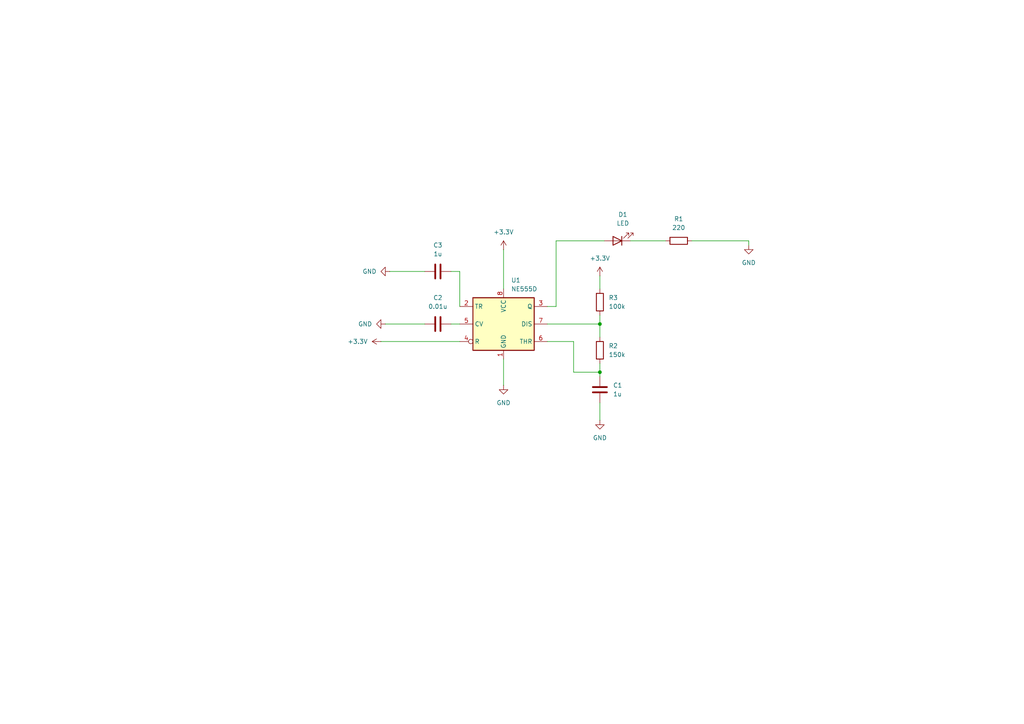
<source format=kicad_sch>
(kicad_sch (version 20231120) (generator "eeschema") (generator_version "8.0")
  (paper "A4")
  (lib_symbols
    (symbol "Device:C" (pin_numbers hide) (pin_names (offset 0.254))
      (property "Reference" "C" (at 0.635 2.54 0))
      (property "Value" "C" (at 0.635 -2.54 0))
      (symbol "C_0_1"
        (polyline (pts (xy -2.032 -0.762) (xy 2.032 -0.762)) (stroke (width 0.508)))
        (polyline (pts (xy -2.032 0.762) (xy 2.032 0.762)) (stroke (width 0.508)))
      )
      (symbol "C_1_1"
        (pin passive line (at 0 3.81 270) (length 2.794) (name "~") (number "1"))
        (pin passive line (at 0 -3.81 90) (length 2.794) (name "~") (number "2"))
      )
    )
    (symbol "Device:LED" (pin_numbers hide) (pin_names (offset 1.016) hide)
      (property "Reference" "D" (at 0 2.54 0))
      (property "Value" "LED" (at 0 -2.54 0))
      (symbol "LED_0_1"
        (polyline (pts (xy -1.27 -1.27) (xy -1.27 1.27)) (stroke (width 0.254)))
        (polyline (pts (xy -1.27 0) (xy 1.27 0)))
        (polyline (pts (xy 1.27 -1.27) (xy 1.27 1.27) (xy -1.27 0) (xy 1.27 -1.27)) (stroke (width 0.254)))
        (polyline (pts (xy -3.048 -0.762) (xy -4.572 -2.286) (xy -3.81 -2.286) (xy -4.572 -2.286) (xy -4.572 -1.524)))
        (polyline (pts (xy -1.778 -0.762) (xy -3.302 -2.286) (xy -2.54 -2.286) (xy -3.302 -2.286) (xy -3.302 -1.524)))
      )
      (symbol "LED_1_1"
        (pin passive line (at -3.81 0 0) (length 2.54) (name "K") (number "1"))
        (pin passive line (at 3.81 0 180) (length 2.54) (name "A") (number "2"))
      )
    )
    (symbol "Device:R" (pin_numbers hide) (pin_names (offset 0))
      (property "Reference" "R" (at 2.032 0 90))
      (property "Value" "R" (at 0 0 90))
      (symbol "R_0_1"
        (rectangle (start -1.016 -2.54) (end 1.016 2.54) (stroke (width 0.254)))
      )
      (symbol "R_1_1"
        (pin passive line (at 0 3.81 270) (length 1.27) (name "~") (number "1"))
        (pin passive line (at 0 -3.81 90) (length 1.27) (name "~") (number "2"))
      )
    )
    (symbol "Timer:NE555D"
      (property "Reference" "U" (at -10.16 8.89 0))
      (property "Value" "NE555D" (at 2.54 8.89 0))
      (symbol "NE555D_0_0"
        (pin power_in line (at 0 -10.16 90) (length 2.54) (name "GND") (number "1"))
        (pin power_in line (at 0 10.16 270) (length 2.54) (name "VCC") (number "8"))
      )
      (symbol "NE555D_0_1"
        (rectangle (start -8.89 -7.62) (end 8.89 7.62) (stroke (width 0.254)) (fill (type background)))
        (rectangle (start -8.89 -7.62) (end 8.89 7.62) (stroke (width 0.254)) (fill (type background)))
      )
      (symbol "NE555D_1_1"
        (pin input line (at -12.7 5.08 0) (length 3.81) (name "TR") (number "2"))
        (pin output line (at 12.7 5.08 180) (length 3.81) (name "Q") (number "3"))
        (pin input inverted (at -12.7 -5.08 0) (length 3.81) (name "R") (number "4"))
        (pin input line (at -12.7 0 0) (length 3.81) (name "CV") (number "5"))
        (pin input line (at 12.7 -5.08 180) (length 3.81) (name "THR") (number "6"))
        (pin input line (at 12.7 0 180) (length 3.81) (name "DIS") (number "7"))
      )
    )
    (symbol "power:+3.3V" (power) (pin_numbers hide) (pin_names (offset 0) hide)
      (property "Value" "+3.3V" (at 0 3.556 0))
      (symbol "+3.3V_0_1"
        (polyline (pts (xy -0.762 1.27) (xy 0 2.54)))
        (polyline (pts (xy 0 0) (xy 0 2.54)))
        (polyline (pts (xy 0 2.54) (xy 0.762 1.27)))
      )
      (symbol "+3.3V_1_1"
        (pin power_in line (at 0 0 90) (length 0) (name "~") (number "1"))
      )
    )
    (symbol "power:GND" (power) (pin_numbers hide) (pin_names (offset 0) hide)
      (property "Value" "GND" (at 0 -3.81 0))
      (symbol "GND_0_1"
        (polyline (pts (xy 0 0) (xy 0 -1.27) (xy 1.27 -1.27) (xy 0 -2.54) (xy -1.27 -1.27) (xy 0 -1.27)))
      )
      (symbol "GND_1_1"
        (pin power_in line (at 0 0 270) (length 0) (name "~") (number "1"))
      )
    )
  )
  (junction (at 173.99 107.95))
  (junction (at 173.99 93.98))
  (wire (pts (xy 130.81 78.74) (xy 133.35 78.74)))
  (wire (pts (xy 173.99 116.84) (xy 173.99 121.92)))
  (wire (pts (xy 182.88 69.85) (xy 193.04 69.85)))
  (wire (pts (xy 146.05 72.39) (xy 146.05 83.82)))
  (wire (pts (xy 166.37 99.06) (xy 166.37 107.95)))
  (wire (pts (xy 158.75 99.06) (xy 166.37 99.06)))
  (wire (pts (xy 173.99 80.01) (xy 173.99 83.82)))
  (wire (pts (xy 217.17 69.85) (xy 217.17 71.12)))
  (wire (pts (xy 161.29 88.9) (xy 158.75 88.9)))
  (wire (pts (xy 113.03 78.74) (xy 123.19 78.74)))
  (wire (pts (xy 161.29 69.85) (xy 175.26 69.85)))
  (wire (pts (xy 158.75 93.98) (xy 173.99 93.98)))
  (wire (pts (xy 200.66 69.85) (xy 217.17 69.85)))
  (wire (pts (xy 173.99 107.95) (xy 173.99 109.22)))
  (wire (pts (xy 166.37 107.95) (xy 173.99 107.95)))
  (wire (pts (xy 173.99 93.98) (xy 173.99 97.79)))
  (wire (pts (xy 110.49 99.06) (xy 133.35 99.06)))
  (wire (pts (xy 173.99 105.41) (xy 173.99 107.95)))
  (wire (pts (xy 111.76 93.98) (xy 123.19 93.98)))
  (wire (pts (xy 130.81 93.98) (xy 133.35 93.98)))
  (wire (pts (xy 146.05 104.14) (xy 146.05 111.76)))
  (wire (pts (xy 173.99 91.44) (xy 173.99 93.98)))
  (wire (pts (xy 161.29 69.85) (xy 161.29 88.9)))
  (wire (pts (xy 133.35 78.74) (xy 133.35 88.9)))
  (symbol (lib_id "power:+3.3V") (at 110.49 99.06 90) (unit 1)
    (property "Reference" "#PWR07" (effects (hide yes)))
    (property "Value" "+3.3V" (at 106.68 99.0599 90) (effects (justify left)))
    (property "Description" "Power symbol creates a global label with name \"+3.3V\"" (effects (hide yes)))
  )
  (symbol (lib_id "power:GND") (at 146.05 111.76 0) (unit 1)
    (property "Reference" "#PWR02" (effects (hide yes)))
    (property "Value" "GND" (at 146.05 116.84 0))
    (property "Description" "Power symbol creates a global label with name \"GND\" , ground" (effects (hide yes)))
  )
  (symbol (lib_id "Device:R") (at 196.85 69.85 90) (unit 1)
    (property "Reference" "R1" (at 196.85 63.5 90))
    (property "Value" "220" (at 196.85 66.04 90))
    (property "Footprint" "Resistor_SMD:R_0603_1608Metric" (effects (hide yes)))
    (property "Description" "Resistor" (effects (hide yes)))
  )
  (symbol (lib_id "Device:C") (at 127 93.98 90) (unit 1)
    (property "Reference" "C2" (at 127 86.36 90))
    (property "Value" "0.01u" (at 127 88.9 90))
    (property "Footprint" "Capacitor_SMD:C_1812_4532Metric" (effects (hide yes)))
    (property "Description" "Unpolarized capacitor" (effects (hide yes)))
  )
  (symbol (lib_id "power:+3.3V") (at 146.05 72.39 0) (unit 1)
    (property "Reference" "#PWR01" (effects (hide yes)))
    (property "Value" "+3.3V" (at 146.05 67.31 0))
    (property "Description" "Power symbol creates a global label with name \"+3.3V\"" (effects (hide yes)))
  )
  (symbol (lib_id "Device:C") (at 127 78.74 90) (unit 1)
    (property "Reference" "C3" (at 127 71.12 90))
    (property "Value" "1u" (at 127 73.66 90))
    (property "Footprint" "Capacitor_SMD:C_1812_4532Metric" (effects (hide yes)))
    (property "Description" "Unpolarized capacitor" (effects (hide yes)))
  )
  (symbol (lib_id "power:GND") (at 113.03 78.74 270) (unit 1)
    (property "Reference" "#PWR08" (effects (hide yes)))
    (property "Value" "GND" (at 109.22 78.7399 90) (effects (justify right)))
    (property "Description" "Power symbol creates a global label with name \"GND\" , ground" (effects (hide yes)))
  )
  (symbol (lib_id "power:GND") (at 111.76 93.98 270) (unit 1)
    (property "Reference" "#PWR06" (effects (hide yes)))
    (property "Value" "GND" (at 107.95 93.9799 90) (effects (justify right)))
    (property "Description" "Power symbol creates a global label with name \"GND\" , ground" (effects (hide yes)))
  )
  (symbol (lib_id "power:GND") (at 217.17 71.12 0) (unit 1)
    (property "Reference" "#PWR03" (effects (hide yes)))
    (property "Value" "GND" (at 217.17 76.2 0))
    (property "Description" "Power symbol creates a global label with name \"GND\" , ground" (effects (hide yes)))
  )
  (symbol (lib_id "power:GND") (at 173.99 121.92 0) (unit 1)
    (property "Reference" "#PWR05" (effects (hide yes)))
    (property "Value" "GND" (at 173.99 127 0))
    (property "Description" "Power symbol creates a global label with name \"GND\" , ground" (effects (hide yes)))
  )
  (symbol (lib_id "Device:C") (at 173.99 113.03 0) (unit 1)
    (property "Reference" "C1" (at 177.8 111.7599 0) (effects (justify left)))
    (property "Value" "1u" (at 177.8 114.2999 0) (effects (justify left)))
    (property "Footprint" "Capacitor_SMD:C_1812_4532Metric" (effects (hide yes)))
    (property "Description" "Unpolarized capacitor" (effects (hide yes)))
  )
  (symbol (lib_id "Device:LED") (at 179.07 69.85 180) (unit 1)
    (property "Reference" "D1" (at 180.6575 62.23 0))
    (property "Value" "LED" (at 180.6575 64.77 0))
    (property "Footprint" "LED_SMD:LED_0603_1608Metric" (effects (hide yes)))
    (property "Description" "Light emitting diode" (effects (hide yes)))
  )
  (symbol (lib_id "power:+3.3V") (at 173.99 80.01 0) (unit 1)
    (property "Reference" "#PWR04" (effects (hide yes)))
    (property "Value" "+3.3V" (at 173.99 74.93 0))
    (property "Description" "Power symbol creates a global label with name \"+3.3V\"" (effects (hide yes)))
  )
  (symbol (lib_id "Device:R") (at 173.99 101.6 180) (unit 1)
    (property "Reference" "R2" (at 176.53 100.3299 0) (effects (justify right)))
    (property "Value" "150k" (at 176.53 102.8699 0) (effects (justify right)))
    (property "Footprint" "Resistor_SMD:R_0603_1608Metric" (effects (hide yes)))
    (property "Description" "Resistor" (effects (hide yes)))
  )
  (symbol (lib_id "Timer:NE555D") (at 146.05 93.98 0) (unit 1)
    (property "Reference" "U1" (at 148.2441 81.28 0) (effects (justify left)))
    (property "Value" "NE555D" (at 148.2441 83.82 0) (effects (justify left)))
    (property "Footprint" "Package_SO:SOIC-8_3.9x4.9mm_P1.27mm" (effects (hide yes)))
    (property "Datasheet" "http://www.ti.com/lit/ds/symlink/ne555.pdf" (effects (hide yes)))
    (property "Description" "Precision Timers, 555 compatible, SOIC-8" (effects (hide yes)))
  )
  (symbol (lib_id "Device:R") (at 173.99 87.63 180) (unit 1)
    (property "Reference" "R3" (at 176.53 86.3599 0) (effects (justify right)))
    (property "Value" "100k" (at 176.53 88.8999 0) (effects (justify right)))
    (property "Footprint" "Resistor_SMD:R_0603_1608Metric" (effects (hide yes)))
    (property "Description" "Resistor" (effects (hide yes)))
  )
)
</source>
